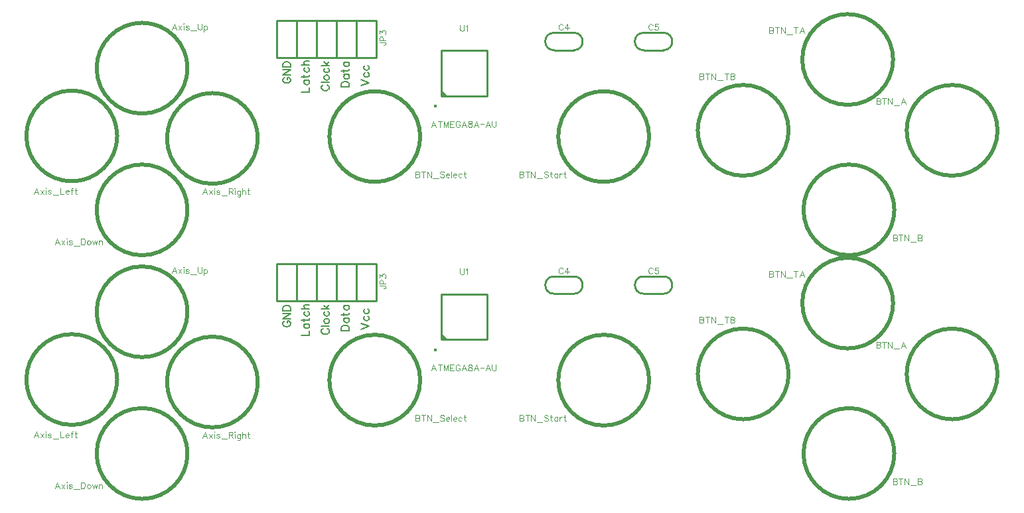
<source format=gto>
G04 DipTrace 3.3.1.1*
G04 top_silk_gamepad_speedlink2dendy.gto*
%MOMM*%
G04 #@! TF.FileFunction,Legend,Top*
G04 #@! TF.Part,Single*
%ADD10C,0.25*%
%ADD14C,0.5*%
%ADD29O,0.41713X0.42016*%
%ADD58C,0.11765*%
%ADD59C,0.15686*%
%FSLAX35Y35*%
G04*
G71*
G90*
G75*
G01*
G04 TopSilk*
%LPD*%
X2810023Y2508210D2*
D14*
G02X2810023Y2508210I579437J0D01*
G01*
X1015963Y2539960D2*
G02X1015963Y2539960I579437J0D01*
G01*
X2492347Y2174787D2*
G02X2492347Y2174787I0J-579437D01*
G01*
X2492380Y3984713D2*
G02X2492380Y3984713I0J-579437D01*
G01*
X8381873Y1952527D2*
G02X8381873Y1952527I0J579437D01*
G01*
X5461307Y3111513D2*
G02X5461307Y3111513I0J-579437D01*
G01*
X11510427Y1015930D2*
G02X11510427Y1015930I0J579437D01*
G01*
X12826873Y2031900D2*
G02X12826873Y2031900I0J579437D01*
G01*
X10160960Y2032010D2*
G02X10160960Y2032010I0J579437D01*
G01*
X11494550Y2936967D2*
G02X11494550Y2936967I0J579437D01*
G01*
X8001613Y3857528D2*
D10*
X7747581D1*
X8001613Y3635278D2*
X7747581D1*
Y3857528D2*
G03X7747581Y3635278I16J-111125D01*
G01*
X8001613D2*
G03X8001613Y3857528I-16J111125D01*
G01*
X8890441Y3635538D2*
X9144473D1*
X8890441Y3857788D2*
X9144473D1*
Y3635538D2*
G03X9144473Y3857788I-16J111125D01*
G01*
X8890441D2*
G03X8890441Y3635538I16J-111125D01*
G01*
X5223100Y3540292D2*
Y4016542D1*
X4969100Y3540292D2*
Y4016542D1*
X4715100Y3540292D2*
Y4016542D1*
X4461100Y3540292D2*
Y4016542D1*
X5477100Y3540292D2*
X4207100D1*
Y4016542D1*
X5477100D1*
Y3540292D1*
X6310771Y3049679D2*
X6890814D1*
Y3629621D1*
X6310771D1*
Y3049679D1*
D29*
X6231739Y2918480D3*
G36*
X6310771Y3049679D2*
X6390763D1*
X6310771Y3129671D1*
Y3049679D1*
G37*
X3323428Y1792430D2*
D58*
X3294199Y1868995D1*
X3265056Y1792430D1*
X3276006Y1817951D2*
X3312478D1*
X3346957Y1843473D2*
X3387051Y1792430D1*
Y1843473D2*
X3346957Y1792430D1*
X3410580Y1868995D2*
X3414202Y1865373D1*
X3417908Y1868995D1*
X3414202Y1872701D1*
X3410580Y1868995D1*
X3414202Y1843473D2*
Y1792430D1*
X3481532Y1832523D2*
X3477910Y1839851D1*
X3466960Y1843473D1*
X3456010D1*
X3445060Y1839851D1*
X3441438Y1832523D1*
X3445060Y1825280D1*
X3452388Y1821573D1*
X3470582Y1817951D1*
X3477910Y1814330D1*
X3481532Y1807001D1*
Y1803380D1*
X3477910Y1796136D1*
X3466960Y1792430D1*
X3456010D1*
X3445060Y1796136D1*
X3441438Y1803380D1*
X3505061Y1779795D2*
X3574299D1*
X3597828Y1832523D2*
X3630594D1*
X3641544Y1836230D1*
X3645250Y1839851D1*
X3648872Y1847095D1*
Y1854423D1*
X3645250Y1861667D1*
X3641544Y1865373D1*
X3630594Y1868995D1*
X3597828D1*
Y1792430D1*
X3623350Y1832523D2*
X3648872Y1792430D1*
X3672401Y1868995D2*
X3676023Y1865373D1*
X3679729Y1868995D1*
X3676023Y1872701D1*
X3672401Y1868995D1*
X3676023Y1843473D2*
Y1792430D1*
X3746975Y1839851D2*
Y1781480D1*
X3743353Y1770614D1*
X3739731Y1766908D1*
X3732403Y1763286D1*
X3721453D1*
X3714209Y1766908D1*
X3746975Y1828901D2*
X3739731Y1836145D1*
X3732403Y1839851D1*
X3721453D1*
X3714209Y1836145D1*
X3706881Y1828901D1*
X3703259Y1817951D1*
Y1810623D1*
X3706881Y1799758D1*
X3714209Y1792430D1*
X3721453Y1788808D1*
X3732403D1*
X3739731Y1792430D1*
X3746975Y1799758D1*
X3770504Y1868995D2*
Y1792430D1*
Y1828901D2*
X3781454Y1839851D1*
X3788782Y1843473D1*
X3799732D1*
X3806976Y1839851D1*
X3810598Y1828901D1*
Y1792430D1*
X3845077Y1868995D2*
Y1807001D1*
X3848699Y1796136D1*
X3856027Y1792430D1*
X3863271D1*
X3834127Y1843473D2*
X3859649D1*
X1172829Y1797799D2*
X1143601Y1874365D1*
X1114457Y1797799D1*
X1125407Y1823321D2*
X1161879D1*
X1196358Y1848843D2*
X1236452Y1797799D1*
Y1848843D2*
X1196358Y1797799D1*
X1259981Y1874365D2*
X1263603Y1870743D1*
X1267309Y1874365D1*
X1263603Y1878071D1*
X1259981Y1874365D1*
X1263603Y1848843D2*
Y1797799D1*
X1330933Y1837893D2*
X1327311Y1845221D1*
X1316361Y1848843D1*
X1305411D1*
X1294461Y1845221D1*
X1290839Y1837893D1*
X1294461Y1830649D1*
X1301789Y1826943D1*
X1319983Y1823321D1*
X1327311Y1819699D1*
X1330933Y1812371D1*
Y1808749D1*
X1327311Y1801505D1*
X1316361Y1797799D1*
X1305411D1*
X1294461Y1801505D1*
X1290839Y1808749D1*
X1354462Y1785165D2*
X1423700D1*
X1447229Y1874365D2*
Y1797799D1*
X1490945D1*
X1514474Y1826943D2*
X1558190D1*
Y1834271D1*
X1554568Y1841599D1*
X1550946Y1845221D1*
X1543618Y1848843D1*
X1532668D1*
X1525424Y1845221D1*
X1518096Y1837893D1*
X1514474Y1826943D1*
Y1819699D1*
X1518096Y1808749D1*
X1525424Y1801505D1*
X1532668Y1797799D1*
X1543618D1*
X1550946Y1801505D1*
X1558190Y1808749D1*
X1610863Y1874365D2*
X1603620D1*
X1596291Y1870743D1*
X1592670Y1859793D1*
Y1797799D1*
X1581720Y1848843D2*
X1607241D1*
X1645343Y1874365D2*
Y1812371D1*
X1648965Y1801505D1*
X1656293Y1797799D1*
X1663537D1*
X1634393Y1848843D2*
X1659915D1*
X1440988Y1151629D2*
X1411760Y1228195D1*
X1382616Y1151629D1*
X1393566Y1177151D2*
X1430038D1*
X1464517Y1202673D2*
X1504611Y1151629D1*
Y1202673D2*
X1464517Y1151629D1*
X1528141Y1228195D2*
X1531763Y1224573D1*
X1535469Y1228195D1*
X1531763Y1231901D1*
X1528141Y1228195D1*
X1531763Y1202673D2*
Y1151629D1*
X1599092Y1191723D2*
X1595470Y1199051D1*
X1584520Y1202673D1*
X1573570D1*
X1562620Y1199051D1*
X1558998Y1191723D1*
X1562620Y1184479D1*
X1569948Y1180773D1*
X1588142Y1177151D1*
X1595470Y1173529D1*
X1599092Y1166201D1*
Y1162579D1*
X1595470Y1155335D1*
X1584520Y1151629D1*
X1573570D1*
X1562620Y1155335D1*
X1558998Y1162579D1*
X1622621Y1138995D2*
X1691859D1*
X1715388Y1228195D2*
Y1151629D1*
X1740910D1*
X1751860Y1155335D1*
X1759188Y1162579D1*
X1762810Y1169907D1*
X1766432Y1180773D1*
Y1199051D1*
X1762810Y1210001D1*
X1759188Y1217245D1*
X1751860Y1224573D1*
X1740910Y1228195D1*
X1715388D1*
X1808156Y1202673D2*
X1800912Y1199051D1*
X1793584Y1191723D1*
X1789962Y1180773D1*
Y1173529D1*
X1793584Y1162579D1*
X1800912Y1155335D1*
X1808156Y1151629D1*
X1819106D1*
X1826434Y1155335D1*
X1833677Y1162579D1*
X1837384Y1173529D1*
Y1180773D1*
X1833677Y1191723D1*
X1826434Y1199051D1*
X1819106Y1202673D1*
X1808156D1*
X1860913D2*
X1875485Y1151629D1*
X1890057Y1202673D1*
X1904629Y1151629D1*
X1919201Y1202673D1*
X1942730D2*
Y1151629D1*
Y1188101D2*
X1953680Y1199051D1*
X1961008Y1202673D1*
X1971874D1*
X1979202Y1199051D1*
X1982824Y1188101D1*
Y1151629D1*
X2931656Y3896006D2*
X2902428Y3972572D1*
X2873284Y3896006D1*
X2884234Y3921528D2*
X2920706D1*
X2955185Y3947050D2*
X2995279Y3896006D1*
Y3947050D2*
X2955185Y3896006D1*
X3018808Y3972572D2*
X3022430Y3968950D1*
X3026136Y3972572D1*
X3022430Y3976278D1*
X3018808Y3972572D1*
X3022430Y3947050D2*
Y3896006D1*
X3089760Y3936100D2*
X3086138Y3943428D1*
X3075188Y3947050D1*
X3064238D1*
X3053288Y3943428D1*
X3049666Y3936100D1*
X3053288Y3928856D1*
X3060616Y3925150D1*
X3078810Y3921528D1*
X3086138Y3917906D1*
X3089760Y3910578D1*
Y3906956D1*
X3086138Y3899712D1*
X3075188Y3896006D1*
X3064238D1*
X3053288Y3899712D1*
X3049666Y3906956D1*
X3113289Y3883372D2*
X3182527D1*
X3206056Y3972572D2*
Y3917906D1*
X3209678Y3906956D1*
X3217006Y3899712D1*
X3227956Y3896006D1*
X3235200D1*
X3246150Y3899712D1*
X3253478Y3906956D1*
X3257100Y3917906D1*
Y3972572D1*
X3280630Y3947050D2*
Y3870484D1*
Y3936100D2*
X3287958Y3943344D1*
X3295201Y3947050D1*
X3306151D1*
X3313480Y3943344D1*
X3320723Y3936100D1*
X3324430Y3925150D1*
Y3917822D1*
X3320723Y3906956D1*
X3313480Y3899628D1*
X3306151Y3896006D1*
X3295201D1*
X3287958Y3899628D1*
X3280630Y3906956D1*
X7307557Y2085432D2*
Y2008866D1*
X7340407D1*
X7351357Y2012572D1*
X7354979Y2016194D1*
X7358601Y2023438D1*
Y2034388D1*
X7354979Y2041716D1*
X7351357Y2045338D1*
X7340407Y2048960D1*
X7351357Y2052666D1*
X7354979Y2056288D1*
X7358601Y2063532D1*
Y2070860D1*
X7354979Y2078104D1*
X7351357Y2081810D1*
X7340407Y2085432D1*
X7307557D1*
Y2048960D2*
X7340407D1*
X7407652Y2085432D2*
Y2008866D1*
X7382130Y2085432D2*
X7433174D1*
X7507747D2*
Y2008866D1*
X7456703Y2085432D1*
Y2008866D1*
X7531276Y1996231D2*
X7600514D1*
X7675087Y2074482D2*
X7667844Y2081810D1*
X7656894Y2085432D1*
X7642322D1*
X7631372Y2081810D1*
X7624044Y2074482D1*
Y2067238D1*
X7627750Y2059910D1*
X7631372Y2056288D1*
X7638616Y2052666D1*
X7660516Y2045338D1*
X7667844Y2041716D1*
X7671466Y2038010D1*
X7675087Y2030766D1*
Y2019816D1*
X7667844Y2012572D1*
X7656894Y2008866D1*
X7642322D1*
X7631372Y2012572D1*
X7624044Y2019816D1*
X7709567Y2085432D2*
Y2023438D1*
X7713189Y2012572D1*
X7720517Y2008866D1*
X7727761D1*
X7698617Y2059910D2*
X7724139D1*
X7795006D2*
Y2008866D1*
Y2048960D2*
X7787762Y2056288D1*
X7780434Y2059910D1*
X7769568D1*
X7762240Y2056288D1*
X7754996Y2048960D1*
X7751290Y2038010D1*
Y2030766D1*
X7754996Y2019816D1*
X7762240Y2012572D1*
X7769568Y2008866D1*
X7780434D1*
X7787762Y2012572D1*
X7795006Y2019816D1*
X7818535Y2059910D2*
Y2008866D1*
Y2038010D2*
X7822241Y2048960D1*
X7829485Y2056288D1*
X7836813Y2059910D1*
X7847763D1*
X7882243Y2085432D2*
Y2023438D1*
X7885865Y2012572D1*
X7893193Y2008866D1*
X7900437D1*
X7871293Y2059910D2*
X7896815D1*
X5979903Y2085545D2*
Y2008979D1*
X6012753D1*
X6023703Y2012685D1*
X6027325Y2016307D1*
X6030947Y2023551D1*
Y2034501D1*
X6027325Y2041829D1*
X6023703Y2045451D1*
X6012753Y2049073D1*
X6023703Y2052779D1*
X6027325Y2056401D1*
X6030947Y2063645D1*
Y2070973D1*
X6027325Y2078217D1*
X6023703Y2081923D1*
X6012753Y2085545D1*
X5979903D1*
Y2049073D2*
X6012753D1*
X6079999Y2085545D2*
Y2008979D1*
X6054477Y2085545D2*
X6105521D1*
X6180094D2*
Y2008979D1*
X6129050Y2085545D1*
Y2008979D1*
X6203623Y1996345D2*
X6272861D1*
X6347434Y2074595D2*
X6340190Y2081923D1*
X6329240Y2085545D1*
X6314668D1*
X6303718Y2081923D1*
X6296390Y2074595D1*
Y2067351D1*
X6300096Y2060023D1*
X6303718Y2056401D1*
X6310962Y2052779D1*
X6332862Y2045451D1*
X6340190Y2041829D1*
X6343812Y2038123D1*
X6347434Y2030879D1*
Y2019929D1*
X6340190Y2012685D1*
X6329240Y2008979D1*
X6314668D1*
X6303718Y2012685D1*
X6296390Y2019929D1*
X6370964Y2038123D2*
X6414679D1*
Y2045451D1*
X6411057Y2052779D1*
X6407435Y2056401D1*
X6400107Y2060023D1*
X6389157D1*
X6381914Y2056401D1*
X6374585Y2049073D1*
X6370964Y2038123D1*
Y2030879D1*
X6374585Y2019929D1*
X6381914Y2012685D1*
X6389157Y2008979D1*
X6400107D1*
X6407435Y2012685D1*
X6414679Y2019929D1*
X6438209Y2085545D2*
Y2008979D1*
X6461738Y2038123D2*
X6505454D1*
Y2045451D1*
X6501832Y2052779D1*
X6498210Y2056401D1*
X6490882Y2060023D1*
X6479932D1*
X6472688Y2056401D1*
X6465360Y2049073D1*
X6461738Y2038123D1*
Y2030879D1*
X6465360Y2019929D1*
X6472688Y2012685D1*
X6479932Y2008979D1*
X6490882D1*
X6498210Y2012685D1*
X6505454Y2019929D1*
X6572783Y2049073D2*
X6565455Y2056401D1*
X6558127Y2060023D1*
X6547261D1*
X6539933Y2056401D1*
X6532689Y2049073D1*
X6528983Y2038123D1*
Y2030879D1*
X6532689Y2019929D1*
X6539933Y2012685D1*
X6547261Y2008979D1*
X6558127D1*
X6565455Y2012685D1*
X6572783Y2019929D1*
X6607263Y2085545D2*
Y2023551D1*
X6610885Y2012685D1*
X6618213Y2008979D1*
X6625457D1*
X6596313Y2060023D2*
X6621835D1*
X12072861Y1275835D2*
Y1199269D1*
X12105711D1*
X12116661Y1202975D1*
X12120283Y1206597D1*
X12123905Y1213841D1*
Y1224791D1*
X12120283Y1232119D1*
X12116661Y1235741D1*
X12105711Y1239363D1*
X12116661Y1243069D1*
X12120283Y1246691D1*
X12123905Y1253935D1*
Y1261263D1*
X12120283Y1268507D1*
X12116661Y1272213D1*
X12105711Y1275835D1*
X12072861D1*
Y1239363D2*
X12105711D1*
X12172956Y1275835D2*
Y1199269D1*
X12147435Y1275835D2*
X12198478D1*
X12273052D2*
Y1199269D1*
X12222008Y1275835D1*
Y1199269D1*
X12296581Y1186635D2*
X12365819D1*
X12389348Y1275835D2*
Y1199269D1*
X12422198D1*
X12433148Y1202975D1*
X12436770Y1206597D1*
X12440392Y1213841D1*
Y1224791D1*
X12436770Y1232119D1*
X12433148Y1235741D1*
X12422198Y1239363D1*
X12433148Y1243069D1*
X12436770Y1246691D1*
X12440392Y1253935D1*
Y1261263D1*
X12436770Y1268507D1*
X12433148Y1272213D1*
X12422198Y1275835D1*
X12389348D1*
Y1239363D2*
X12422198D1*
X11861517Y3022155D2*
Y2945589D1*
X11894367D1*
X11905317Y2949295D1*
X11908939Y2952917D1*
X11912561Y2960161D1*
Y2971111D1*
X11908939Y2978439D1*
X11905317Y2982061D1*
X11894367Y2985683D1*
X11905317Y2989389D1*
X11908939Y2993011D1*
X11912561Y3000255D1*
Y3007583D1*
X11908939Y3014827D1*
X11905317Y3018533D1*
X11894367Y3022155D1*
X11861517D1*
Y2985683D2*
X11894367D1*
X11961612Y3022155D2*
Y2945589D1*
X11936091Y3022155D2*
X11987134D1*
X12061708D2*
Y2945589D1*
X12010664Y3022155D1*
Y2945589D1*
X12085237Y2932955D2*
X12154475D1*
X12236376Y2945589D2*
X12207148Y3022155D1*
X12178004Y2945589D1*
X12188954Y2971111D2*
X12225426D1*
X9606458Y3339815D2*
Y3263249D1*
X9639308D1*
X9650258Y3266955D1*
X9653880Y3270577D1*
X9657502Y3277821D1*
Y3288771D1*
X9653880Y3296099D1*
X9650258Y3299721D1*
X9639308Y3303343D1*
X9650258Y3307049D1*
X9653880Y3310671D1*
X9657502Y3317915D1*
Y3325243D1*
X9653880Y3332487D1*
X9650258Y3336193D1*
X9639308Y3339815D1*
X9606458D1*
Y3303343D2*
X9639308D1*
X9706553Y3339815D2*
Y3263249D1*
X9681031Y3339815D2*
X9732075D1*
X9806648D2*
Y3263249D1*
X9755605Y3339815D1*
Y3263249D1*
X9830178Y3250615D2*
X9899415D1*
X9948467Y3339815D2*
Y3263249D1*
X9922945Y3339815D2*
X9973989D1*
X9997518D2*
Y3263249D1*
X10030368D1*
X10041318Y3266955D1*
X10044940Y3270577D1*
X10048562Y3277821D1*
Y3288771D1*
X10044940Y3296099D1*
X10041318Y3299721D1*
X10030368Y3303343D1*
X10041318Y3307049D1*
X10044940Y3310671D1*
X10048562Y3317915D1*
Y3325243D1*
X10044940Y3332487D1*
X10041318Y3336193D1*
X10030368Y3339815D1*
X9997518D1*
Y3303343D2*
X10030368D1*
X10491907Y3927222D2*
Y3850656D1*
X10524757D1*
X10535707Y3854362D1*
X10539329Y3857984D1*
X10542951Y3865228D1*
Y3876178D1*
X10539329Y3883506D1*
X10535707Y3887128D1*
X10524757Y3890750D1*
X10535707Y3894456D1*
X10539329Y3898078D1*
X10542951Y3905322D1*
Y3912650D1*
X10539329Y3919894D1*
X10535707Y3923600D1*
X10524757Y3927222D1*
X10491907D1*
Y3890750D2*
X10524757D1*
X10592002Y3927222D2*
Y3850656D1*
X10566481Y3927222D2*
X10617524D1*
X10692098D2*
Y3850656D1*
X10641054Y3927222D1*
Y3850656D1*
X10715627Y3838021D2*
X10784865D1*
X10833916Y3927222D2*
Y3850656D1*
X10808394Y3927222D2*
X10859438D1*
X10941339Y3850656D2*
X10912111Y3927222D1*
X10882967Y3850656D1*
X10893917Y3876178D2*
X10930389D1*
X7862832Y3950926D2*
X7859210Y3958170D1*
X7851882Y3965498D1*
X7844638Y3969120D1*
X7830066D1*
X7822738Y3965498D1*
X7815494Y3958170D1*
X7811788Y3950926D1*
X7808166Y3939976D1*
Y3921698D1*
X7811788Y3910833D1*
X7815494Y3903505D1*
X7822738Y3896261D1*
X7830066Y3892555D1*
X7844638D1*
X7851882Y3896261D1*
X7859210Y3903505D1*
X7862832Y3910833D1*
X7922833Y3892555D2*
Y3969036D1*
X7886361Y3918076D1*
X7941027D1*
X9007503Y3951186D2*
X9003881Y3958430D1*
X8996553Y3965758D1*
X8989309Y3969380D1*
X8974737D1*
X8967409Y3965758D1*
X8960165Y3958430D1*
X8956459Y3951186D1*
X8952837Y3940236D1*
Y3921958D1*
X8956459Y3911093D1*
X8960165Y3903765D1*
X8967409Y3896521D1*
X8974737Y3892815D1*
X8989309D1*
X8996553Y3896521D1*
X9003881Y3903765D1*
X9007503Y3911093D1*
X9074748Y3969296D2*
X9038360D1*
X9034738Y3936530D1*
X9038360Y3940152D1*
X9049310Y3943858D1*
X9060176D1*
X9071126Y3940152D1*
X9078454Y3932908D1*
X9082076Y3921958D1*
Y3914715D1*
X9078454Y3903765D1*
X9071126Y3896436D1*
X9060176Y3892815D1*
X9049310D1*
X9038360Y3896436D1*
X9034738Y3900143D1*
X9031032Y3907386D1*
X5524341Y3737933D2*
X5582629D1*
X5593579Y3734311D1*
X5597201Y3730605D1*
X5600907Y3723361D1*
Y3716033D1*
X5597201Y3708789D1*
X5593579Y3705167D1*
X5582629Y3701461D1*
X5575385D1*
X5564435Y3761462D2*
Y3794312D1*
X5560813Y3805178D1*
X5557107Y3808884D1*
X5549863Y3812506D1*
X5538913D1*
X5531670Y3808884D1*
X5527963Y3805178D1*
X5524342Y3794312D1*
Y3761462D1*
X5600907D1*
X5524426Y3843364D2*
Y3883373D1*
X5553570Y3861557D1*
Y3872507D1*
X5557191Y3879751D1*
X5560813Y3883373D1*
X5571763Y3887079D1*
X5579007D1*
X5589957Y3883373D1*
X5597285Y3876129D1*
X5600907Y3865179D1*
Y3854229D1*
X5597285Y3843363D1*
X5593579Y3839742D1*
X5586335Y3836035D1*
X6549368Y3956242D2*
Y3901576D1*
X6552990Y3890626D1*
X6560318Y3883382D1*
X6571268Y3879676D1*
X6578512D1*
X6589462Y3883382D1*
X6596790Y3890626D1*
X6600412Y3901576D1*
Y3956242D1*
X6623941Y3941586D2*
X6631269Y3945292D1*
X6642219Y3956158D1*
Y3879676D1*
X6242047Y2652863D2*
X6212819Y2729428D1*
X6183676Y2652863D1*
X6194626Y2678384D2*
X6231097D1*
X6291099Y2729428D2*
Y2652863D1*
X6265577Y2729428D2*
X6316621D1*
X6398438Y2652863D2*
Y2729428D1*
X6369294Y2652863D1*
X6340150Y2729428D1*
Y2652863D1*
X6469305Y2729428D2*
X6421967D1*
Y2652863D1*
X6469305D1*
X6421967Y2692956D2*
X6451111D1*
X6547500Y2711234D2*
X6543878Y2718478D1*
X6536550Y2725806D1*
X6529306Y2729428D1*
X6514734D1*
X6507406Y2725806D1*
X6500162Y2718478D1*
X6496456Y2711234D1*
X6492834Y2700284D1*
Y2682006D1*
X6496456Y2671141D1*
X6500162Y2663813D1*
X6507406Y2656569D1*
X6514734Y2652863D1*
X6529306D1*
X6536550Y2656569D1*
X6543878Y2663813D1*
X6547500Y2671141D1*
Y2682006D1*
X6529306D1*
X6629401Y2652863D2*
X6600173Y2729428D1*
X6571029Y2652863D1*
X6581979Y2678384D2*
X6618451D1*
X6671125Y2729344D2*
X6660259Y2725722D1*
X6656553Y2718478D1*
Y2711150D1*
X6660259Y2703906D1*
X6667503Y2700200D1*
X6682075Y2696578D1*
X6693025Y2692956D1*
X6700269Y2685628D1*
X6703890Y2678384D1*
Y2667434D1*
X6700269Y2660191D1*
X6696647Y2656484D1*
X6685697Y2652863D1*
X6671125D1*
X6660259Y2656484D1*
X6656553Y2660191D1*
X6652931Y2667434D1*
Y2678384D1*
X6656553Y2685628D1*
X6663881Y2692956D1*
X6674747Y2696578D1*
X6689319Y2700200D1*
X6696647Y2703906D1*
X6700269Y2711150D1*
Y2718478D1*
X6696647Y2725722D1*
X6685697Y2729344D1*
X6671125D1*
X6785792Y2652863D2*
X6756564Y2729428D1*
X6727420Y2652863D1*
X6738370Y2678384D2*
X6774842D1*
X6809321Y2691103D2*
X6851437D1*
X6933338Y2652863D2*
X6904110Y2729428D1*
X6874966Y2652863D1*
X6885916Y2678384D2*
X6922388D1*
X6956867Y2729428D2*
Y2674763D1*
X6960489Y2663813D1*
X6967817Y2656569D1*
X6978767Y2652863D1*
X6986011D1*
X6996961Y2656569D1*
X7004289Y2663813D1*
X7007911Y2674763D1*
Y2729428D1*
X5286227Y3182717D2*
D59*
X5388315Y3221575D1*
X5286227Y3260434D1*
X5334856Y3350206D2*
X5325085Y3340435D1*
X5320256Y3330665D1*
Y3316177D1*
X5325085Y3306406D1*
X5334856Y3296748D1*
X5349456Y3291806D1*
X5359115D1*
X5373715Y3296748D1*
X5383373Y3306406D1*
X5388315Y3316177D1*
Y3330664D1*
X5383373Y3340435D1*
X5373715Y3350206D1*
X5334856Y3439979D2*
X5325085Y3430208D1*
X5320256Y3420437D1*
Y3405949D1*
X5325085Y3396179D1*
X5334856Y3386520D1*
X5349456Y3381579D1*
X5359115D1*
X5373715Y3386520D1*
X5383373Y3396179D1*
X5388314Y3405949D1*
Y3420437D1*
X5383373Y3430208D1*
X5373714Y3439979D1*
X5032227Y3166843D2*
X5134314D1*
X5134315Y3200873D1*
X5129373Y3215473D1*
X5119715Y3225243D1*
X5109944Y3230073D1*
X5095456Y3234902D1*
X5071085D1*
X5056485Y3230073D1*
X5046827Y3225243D1*
X5037056Y3215473D1*
X5032227Y3200873D1*
Y3166843D1*
X5066256Y3324562D2*
X5134314D1*
X5080856D2*
X5071085Y3314903D1*
X5066256Y3305133D1*
Y3290645D1*
X5071085Y3280874D1*
X5080856Y3271216D1*
X5095456Y3266274D1*
X5105115D1*
X5119715Y3271216D1*
X5129373Y3280874D1*
X5134315Y3290645D1*
Y3305133D1*
X5129373Y3314903D1*
X5119715Y3324562D1*
X5032227Y3370534D2*
X5114885D1*
X5129373Y3375364D1*
X5134314Y3385134D1*
Y3394793D1*
X5066256Y3355934D2*
Y3389964D1*
Y3484453D2*
X5134314D1*
X5080856D2*
X5071085Y3474795D1*
X5066256Y3465024D1*
Y3450536D1*
X5071085Y3440765D1*
X5080856Y3431107D1*
X5095456Y3426165D1*
X5105115D1*
X5119714Y3431107D1*
X5129373Y3440765D1*
X5134314Y3450536D1*
Y3465024D1*
X5129373Y3474795D1*
X5119714Y3484453D1*
X4802485Y3192108D2*
X4792827Y3187279D1*
X4783056Y3177508D1*
X4778227Y3167849D1*
Y3148420D1*
X4783056Y3138649D1*
X4792827Y3128991D1*
X4802485Y3124049D1*
X4817085Y3119220D1*
X4841456D1*
X4855944Y3124049D1*
X4865714Y3128991D1*
X4875373Y3138649D1*
X4880315Y3148420D1*
Y3167849D1*
X4875373Y3177508D1*
X4865715Y3187278D1*
X4855944Y3192108D1*
X4778227Y3223480D2*
X4880315D1*
X4812256Y3279111D2*
X4817085Y3269453D1*
X4826856Y3259682D1*
X4841456Y3254853D1*
X4851115D1*
X4865715Y3259682D1*
X4875373Y3269453D1*
X4880314Y3279111D1*
Y3293711D1*
X4875373Y3303482D1*
X4865715Y3313140D1*
X4851115Y3318082D1*
X4841456D1*
X4826856Y3313140D1*
X4817085Y3303482D1*
X4812256Y3293711D1*
Y3279111D1*
X4826856Y3407854D2*
X4817085Y3398084D1*
X4812256Y3388313D1*
Y3373825D1*
X4817085Y3364054D1*
X4826856Y3354396D1*
X4841456Y3349454D1*
X4851115D1*
X4865714Y3354396D1*
X4875373Y3364054D1*
X4880314Y3373825D1*
Y3388313D1*
X4875373Y3398084D1*
X4865714Y3407854D1*
X4778227Y3439227D2*
X4880314D1*
X4812256Y3487856D2*
X4860885Y3439227D1*
X4841456Y3458656D2*
X4880314Y3492685D1*
X4524227Y3103343D2*
X4626314D1*
X4626315Y3161631D1*
X4558256Y3251291D2*
X4626315D1*
X4572856D2*
X4563085Y3241633D1*
X4558256Y3231862D1*
Y3217374D1*
X4563085Y3207604D1*
X4572856Y3197945D1*
X4587456Y3193004D1*
X4597115D1*
X4611715Y3197945D1*
X4621373Y3207603D1*
X4626315Y3217374D1*
Y3231862D1*
X4621373Y3241633D1*
X4611715Y3251291D1*
X4524227Y3297264D2*
X4606885D1*
X4621373Y3302093D1*
X4626314Y3311864D1*
Y3321522D1*
X4558256Y3282664D2*
Y3316693D1*
X4572856Y3411295D2*
X4563085Y3401524D1*
X4558256Y3391753D1*
Y3377265D1*
X4563085Y3367495D1*
X4572856Y3357836D1*
X4587456Y3352895D1*
X4597115D1*
X4611714Y3357836D1*
X4621373Y3367495D1*
X4626314Y3377265D1*
Y3391753D1*
X4621373Y3401524D1*
X4611714Y3411295D1*
X4524227Y3442667D2*
X4626314D1*
X4577685D2*
X4563085Y3457267D1*
X4558256Y3467038D1*
Y3481638D1*
X4563085Y3491296D1*
X4577685Y3496126D1*
X4626314D1*
X4310359Y3287358D2*
X4300700Y3282529D1*
X4290929Y3272758D1*
X4286100Y3263099D1*
Y3243670D1*
X4290929Y3233899D1*
X4300700Y3224241D1*
X4310359Y3219299D1*
X4324959Y3214470D1*
X4349329D1*
X4363817Y3219299D1*
X4373588Y3224241D1*
X4383246Y3233899D1*
X4388188Y3243670D1*
Y3263099D1*
X4383246Y3272758D1*
X4373588Y3282528D1*
X4363817Y3287358D1*
X4349329D1*
Y3263099D1*
X4286100Y3386789D2*
X4388188D1*
X4286100Y3318730D1*
X4388188D1*
X4286100Y3418161D2*
X4388188D1*
Y3452190D1*
X4383246Y3466790D1*
X4373588Y3476561D1*
X4363817Y3481390D1*
X4349329Y3486220D1*
X4324959D1*
X4310359Y3481390D1*
X4300700Y3476561D1*
X4290929Y3466790D1*
X4286100Y3452190D1*
Y3418161D1*
X2810023Y5620037D2*
D14*
G02X2810023Y5620037I579437J0D01*
G01*
X1015963Y5651787D2*
G02X1015963Y5651787I579437J0D01*
G01*
X2492347Y5286613D2*
G02X2492347Y5286613I0J-579437D01*
G01*
X2492380Y7096540D2*
G02X2492380Y7096540I0J-579437D01*
G01*
X8381873Y5064353D2*
G02X8381873Y5064353I0J579437D01*
G01*
X5461307Y6223340D2*
G02X5461307Y6223340I0J-579437D01*
G01*
X11510427Y4127757D2*
G02X11510427Y4127757I0J579437D01*
G01*
X12826873Y5143727D2*
G02X12826873Y5143727I0J579437D01*
G01*
X10160960Y5143837D2*
G02X10160960Y5143837I0J579437D01*
G01*
X11494550Y6048793D2*
G02X11494550Y6048793I0J579437D01*
G01*
X8001613Y6969355D2*
D10*
X7747581D1*
X8001613Y6747105D2*
X7747581D1*
Y6969355D2*
G03X7747581Y6747105I16J-111125D01*
G01*
X8001613D2*
G03X8001613Y6969355I-16J111125D01*
G01*
X8890441Y6747365D2*
X9144473D1*
X8890441Y6969615D2*
X9144473D1*
Y6747365D2*
G03X9144473Y6969615I-16J111125D01*
G01*
X8890441D2*
G03X8890441Y6747365I16J-111125D01*
G01*
X5223100Y6652118D2*
Y7128368D1*
X4969100Y6652118D2*
Y7128368D1*
X4715100Y6652118D2*
Y7128368D1*
X4461100Y6652118D2*
Y7128368D1*
X5477100Y6652118D2*
X4207100D1*
Y7128368D1*
X5477100D1*
Y6652118D1*
X6310771Y6161506D2*
X6890814D1*
Y6741448D1*
X6310771D1*
Y6161506D1*
D29*
X6231739Y6030307D3*
G36*
X6310771Y6161506D2*
X6390763D1*
X6310771Y6241498D1*
Y6161506D1*
G37*
X3323428Y4904256D2*
D58*
X3294199Y4980822D1*
X3265056Y4904256D1*
X3276006Y4929778D2*
X3312478D1*
X3346957Y4955300D2*
X3387051Y4904256D1*
Y4955300D2*
X3346957Y4904256D1*
X3410580Y4980822D2*
X3414202Y4977200D1*
X3417908Y4980822D1*
X3414202Y4984528D1*
X3410580Y4980822D1*
X3414202Y4955300D2*
Y4904256D1*
X3481532Y4944350D2*
X3477910Y4951678D1*
X3466960Y4955300D1*
X3456010D1*
X3445060Y4951678D1*
X3441438Y4944350D1*
X3445060Y4937106D1*
X3452388Y4933400D1*
X3470582Y4929778D1*
X3477910Y4926156D1*
X3481532Y4918828D1*
Y4915206D1*
X3477910Y4907962D1*
X3466960Y4904256D1*
X3456010D1*
X3445060Y4907962D1*
X3441438Y4915206D1*
X3505061Y4891622D2*
X3574299D1*
X3597828Y4944350D2*
X3630594D1*
X3641544Y4948056D1*
X3645250Y4951678D1*
X3648872Y4958922D1*
Y4966250D1*
X3645250Y4973494D1*
X3641544Y4977200D1*
X3630594Y4980822D1*
X3597828D1*
Y4904256D1*
X3623350Y4944350D2*
X3648872Y4904256D1*
X3672401Y4980822D2*
X3676023Y4977200D1*
X3679729Y4980822D1*
X3676023Y4984528D1*
X3672401Y4980822D1*
X3676023Y4955300D2*
Y4904256D1*
X3746975Y4951678D2*
Y4893306D1*
X3743353Y4882440D1*
X3739731Y4878734D1*
X3732403Y4875112D1*
X3721453D1*
X3714209Y4878734D1*
X3746975Y4940728D2*
X3739731Y4947972D1*
X3732403Y4951678D1*
X3721453D1*
X3714209Y4947972D1*
X3706881Y4940728D1*
X3703259Y4929778D1*
Y4922450D1*
X3706881Y4911584D1*
X3714209Y4904256D1*
X3721453Y4900634D1*
X3732403D1*
X3739731Y4904256D1*
X3746975Y4911584D1*
X3770504Y4980822D2*
Y4904256D1*
Y4940728D2*
X3781454Y4951678D1*
X3788782Y4955300D1*
X3799732D1*
X3806976Y4951678D1*
X3810598Y4940728D1*
Y4904256D1*
X3845077Y4980822D2*
Y4918828D1*
X3848699Y4907962D1*
X3856027Y4904256D1*
X3863271D1*
X3834127Y4955300D2*
X3859649D1*
X1172829Y4909626D2*
X1143601Y4986192D1*
X1114457Y4909626D1*
X1125407Y4935148D2*
X1161879D1*
X1196358Y4960670D2*
X1236452Y4909626D1*
Y4960670D2*
X1196358Y4909626D1*
X1259981Y4986192D2*
X1263603Y4982570D1*
X1267309Y4986192D1*
X1263603Y4989898D1*
X1259981Y4986192D1*
X1263603Y4960670D2*
Y4909626D1*
X1330933Y4949720D2*
X1327311Y4957048D1*
X1316361Y4960670D1*
X1305411D1*
X1294461Y4957048D1*
X1290839Y4949720D1*
X1294461Y4942476D1*
X1301789Y4938770D1*
X1319983Y4935148D1*
X1327311Y4931526D1*
X1330933Y4924198D1*
Y4920576D1*
X1327311Y4913332D1*
X1316361Y4909626D1*
X1305411D1*
X1294461Y4913332D1*
X1290839Y4920576D1*
X1354462Y4896991D2*
X1423700D1*
X1447229Y4986192D2*
Y4909626D1*
X1490945D1*
X1514474Y4938770D2*
X1558190D1*
Y4946098D1*
X1554568Y4953426D1*
X1550946Y4957048D1*
X1543618Y4960670D1*
X1532668D1*
X1525424Y4957048D1*
X1518096Y4949720D1*
X1514474Y4938770D1*
Y4931526D1*
X1518096Y4920576D1*
X1525424Y4913332D1*
X1532668Y4909626D1*
X1543618D1*
X1550946Y4913332D1*
X1558190Y4920576D1*
X1610863Y4986192D2*
X1603620D1*
X1596291Y4982570D1*
X1592670Y4971620D1*
Y4909626D1*
X1581720Y4960670D2*
X1607241D1*
X1645343Y4986192D2*
Y4924198D1*
X1648965Y4913332D1*
X1656293Y4909626D1*
X1663537D1*
X1634393Y4960670D2*
X1659915D1*
X1440988Y4263456D2*
X1411760Y4340022D1*
X1382616Y4263456D1*
X1393566Y4288978D2*
X1430038D1*
X1464517Y4314500D2*
X1504611Y4263456D1*
Y4314500D2*
X1464517Y4263456D1*
X1528141Y4340022D2*
X1531763Y4336400D1*
X1535469Y4340022D1*
X1531763Y4343728D1*
X1528141Y4340022D1*
X1531763Y4314500D2*
Y4263456D1*
X1599092Y4303550D2*
X1595470Y4310878D1*
X1584520Y4314500D1*
X1573570D1*
X1562620Y4310878D1*
X1558998Y4303550D1*
X1562620Y4296306D1*
X1569948Y4292600D1*
X1588142Y4288978D1*
X1595470Y4285356D1*
X1599092Y4278028D1*
Y4274406D1*
X1595470Y4267162D1*
X1584520Y4263456D1*
X1573570D1*
X1562620Y4267162D1*
X1558998Y4274406D1*
X1622621Y4250821D2*
X1691859D1*
X1715388Y4340022D2*
Y4263456D1*
X1740910D1*
X1751860Y4267162D1*
X1759188Y4274406D1*
X1762810Y4281734D1*
X1766432Y4292600D1*
Y4310878D1*
X1762810Y4321828D1*
X1759188Y4329072D1*
X1751860Y4336400D1*
X1740910Y4340022D1*
X1715388D1*
X1808156Y4314500D2*
X1800912Y4310878D1*
X1793584Y4303550D1*
X1789962Y4292600D1*
Y4285356D1*
X1793584Y4274406D1*
X1800912Y4267162D1*
X1808156Y4263456D1*
X1819106D1*
X1826434Y4267162D1*
X1833677Y4274406D1*
X1837384Y4285356D1*
Y4292600D1*
X1833677Y4303550D1*
X1826434Y4310878D1*
X1819106Y4314500D1*
X1808156D1*
X1860913D2*
X1875485Y4263456D1*
X1890057Y4314500D1*
X1904629Y4263456D1*
X1919201Y4314500D1*
X1942730D2*
Y4263456D1*
Y4299928D2*
X1953680Y4310878D1*
X1961008Y4314500D1*
X1971874D1*
X1979202Y4310878D1*
X1982824Y4299928D1*
Y4263456D1*
X2931656Y7007833D2*
X2902428Y7084399D1*
X2873284Y7007833D1*
X2884234Y7033355D2*
X2920706D1*
X2955185Y7058877D2*
X2995279Y7007833D1*
Y7058877D2*
X2955185Y7007833D1*
X3018808Y7084399D2*
X3022430Y7080777D1*
X3026136Y7084399D1*
X3022430Y7088105D1*
X3018808Y7084399D1*
X3022430Y7058877D2*
Y7007833D1*
X3089760Y7047927D2*
X3086138Y7055255D1*
X3075188Y7058877D1*
X3064238D1*
X3053288Y7055255D1*
X3049666Y7047927D1*
X3053288Y7040683D1*
X3060616Y7036977D1*
X3078810Y7033355D1*
X3086138Y7029733D1*
X3089760Y7022405D1*
Y7018783D1*
X3086138Y7011539D1*
X3075188Y7007833D1*
X3064238D1*
X3053288Y7011539D1*
X3049666Y7018783D1*
X3113289Y6995198D2*
X3182527D1*
X3206056Y7084399D2*
Y7029733D1*
X3209678Y7018783D1*
X3217006Y7011539D1*
X3227956Y7007833D1*
X3235200D1*
X3246150Y7011539D1*
X3253478Y7018783D1*
X3257100Y7029733D1*
Y7084399D1*
X3280630Y7058877D2*
Y6982311D1*
Y7047927D2*
X3287958Y7055171D1*
X3295201Y7058877D1*
X3306151D1*
X3313480Y7055171D1*
X3320723Y7047927D1*
X3324430Y7036977D1*
Y7029649D1*
X3320723Y7018783D1*
X3313480Y7011455D1*
X3306151Y7007833D1*
X3295201D1*
X3287958Y7011455D1*
X3280630Y7018783D1*
X7307557Y5197258D2*
Y5120693D1*
X7340407D1*
X7351357Y5124399D1*
X7354979Y5128021D1*
X7358601Y5135264D1*
Y5146214D1*
X7354979Y5153543D1*
X7351357Y5157164D1*
X7340407Y5160786D1*
X7351357Y5164493D1*
X7354979Y5168114D1*
X7358601Y5175358D1*
Y5182686D1*
X7354979Y5189930D1*
X7351357Y5193636D1*
X7340407Y5197258D1*
X7307557D1*
Y5160786D2*
X7340407D1*
X7407652Y5197258D2*
Y5120693D1*
X7382130Y5197258D2*
X7433174D1*
X7507747D2*
Y5120693D1*
X7456703Y5197258D1*
Y5120693D1*
X7531276Y5108058D2*
X7600514D1*
X7675087Y5186308D2*
X7667844Y5193636D1*
X7656894Y5197258D1*
X7642322D1*
X7631372Y5193636D1*
X7624044Y5186308D1*
Y5179064D1*
X7627750Y5171736D1*
X7631372Y5168114D1*
X7638616Y5164493D1*
X7660516Y5157164D1*
X7667844Y5153543D1*
X7671466Y5149836D1*
X7675087Y5142593D1*
Y5131643D1*
X7667844Y5124399D1*
X7656894Y5120693D1*
X7642322D1*
X7631372Y5124399D1*
X7624044Y5131643D1*
X7709567Y5197258D2*
Y5135264D1*
X7713189Y5124399D1*
X7720517Y5120693D1*
X7727761D1*
X7698617Y5171736D2*
X7724139D1*
X7795006D2*
Y5120693D1*
Y5160786D2*
X7787762Y5168114D1*
X7780434Y5171736D1*
X7769568D1*
X7762240Y5168114D1*
X7754996Y5160786D1*
X7751290Y5149836D1*
Y5142593D1*
X7754996Y5131643D1*
X7762240Y5124399D1*
X7769568Y5120693D1*
X7780434D1*
X7787762Y5124399D1*
X7795006Y5131643D1*
X7818535Y5171736D2*
Y5120693D1*
Y5149836D2*
X7822241Y5160786D1*
X7829485Y5168114D1*
X7836813Y5171736D1*
X7847763D1*
X7882243Y5197258D2*
Y5135264D1*
X7885865Y5124399D1*
X7893193Y5120693D1*
X7900437D1*
X7871293Y5171736D2*
X7896815D1*
X5979903Y5197372D2*
Y5120806D1*
X6012753D1*
X6023703Y5124512D1*
X6027325Y5128134D1*
X6030947Y5135378D1*
Y5146328D1*
X6027325Y5153656D1*
X6023703Y5157278D1*
X6012753Y5160900D1*
X6023703Y5164606D1*
X6027325Y5168228D1*
X6030947Y5175472D1*
Y5182800D1*
X6027325Y5190044D1*
X6023703Y5193750D1*
X6012753Y5197372D1*
X5979903D1*
Y5160900D2*
X6012753D1*
X6079999Y5197372D2*
Y5120806D1*
X6054477Y5197372D2*
X6105521D1*
X6180094D2*
Y5120806D1*
X6129050Y5197372D1*
Y5120806D1*
X6203623Y5108171D2*
X6272861D1*
X6347434Y5186422D2*
X6340190Y5193750D1*
X6329240Y5197372D1*
X6314668D1*
X6303718Y5193750D1*
X6296390Y5186422D1*
Y5179178D1*
X6300096Y5171850D1*
X6303718Y5168228D1*
X6310962Y5164606D1*
X6332862Y5157278D1*
X6340190Y5153656D1*
X6343812Y5149950D1*
X6347434Y5142706D1*
Y5131756D1*
X6340190Y5124512D1*
X6329240Y5120806D1*
X6314668D1*
X6303718Y5124512D1*
X6296390Y5131756D1*
X6370964Y5149950D2*
X6414679D1*
Y5157278D1*
X6411057Y5164606D1*
X6407435Y5168228D1*
X6400107Y5171850D1*
X6389157D1*
X6381914Y5168228D1*
X6374585Y5160900D1*
X6370964Y5149950D1*
Y5142706D1*
X6374585Y5131756D1*
X6381914Y5124512D1*
X6389157Y5120806D1*
X6400107D1*
X6407435Y5124512D1*
X6414679Y5131756D1*
X6438209Y5197372D2*
Y5120806D1*
X6461738Y5149950D2*
X6505454D1*
Y5157278D1*
X6501832Y5164606D1*
X6498210Y5168228D1*
X6490882Y5171850D1*
X6479932D1*
X6472688Y5168228D1*
X6465360Y5160900D1*
X6461738Y5149950D1*
Y5142706D1*
X6465360Y5131756D1*
X6472688Y5124512D1*
X6479932Y5120806D1*
X6490882D1*
X6498210Y5124512D1*
X6505454Y5131756D1*
X6572783Y5160900D2*
X6565455Y5168228D1*
X6558127Y5171850D1*
X6547261D1*
X6539933Y5168228D1*
X6532689Y5160900D1*
X6528983Y5149950D1*
Y5142706D1*
X6532689Y5131756D1*
X6539933Y5124512D1*
X6547261Y5120806D1*
X6558127D1*
X6565455Y5124512D1*
X6572783Y5131756D1*
X6607263Y5197372D2*
Y5135378D1*
X6610885Y5124512D1*
X6618213Y5120806D1*
X6625457D1*
X6596313Y5171850D2*
X6621835D1*
X12072861Y4387662D2*
Y4311096D1*
X12105711D1*
X12116661Y4314802D1*
X12120283Y4318424D1*
X12123905Y4325668D1*
Y4336618D1*
X12120283Y4343946D1*
X12116661Y4347568D1*
X12105711Y4351190D1*
X12116661Y4354896D1*
X12120283Y4358518D1*
X12123905Y4365762D1*
Y4373090D1*
X12120283Y4380334D1*
X12116661Y4384040D1*
X12105711Y4387662D1*
X12072861D1*
Y4351190D2*
X12105711D1*
X12172956Y4387662D2*
Y4311096D1*
X12147435Y4387662D2*
X12198478D1*
X12273052D2*
Y4311096D1*
X12222008Y4387662D1*
Y4311096D1*
X12296581Y4298461D2*
X12365819D1*
X12389348Y4387662D2*
Y4311096D1*
X12422198D1*
X12433148Y4314802D1*
X12436770Y4318424D1*
X12440392Y4325668D1*
Y4336618D1*
X12436770Y4343946D1*
X12433148Y4347568D1*
X12422198Y4351190D1*
X12433148Y4354896D1*
X12436770Y4358518D1*
X12440392Y4365762D1*
Y4373090D1*
X12436770Y4380334D1*
X12433148Y4384040D1*
X12422198Y4387662D1*
X12389348D1*
Y4351190D2*
X12422198D1*
X11861517Y6133982D2*
Y6057416D1*
X11894367D1*
X11905317Y6061122D1*
X11908939Y6064744D1*
X11912561Y6071988D1*
Y6082938D1*
X11908939Y6090266D1*
X11905317Y6093888D1*
X11894367Y6097510D1*
X11905317Y6101216D1*
X11908939Y6104838D1*
X11912561Y6112082D1*
Y6119410D1*
X11908939Y6126654D1*
X11905317Y6130360D1*
X11894367Y6133982D1*
X11861517D1*
Y6097510D2*
X11894367D1*
X11961612Y6133982D2*
Y6057416D1*
X11936091Y6133982D2*
X11987134D1*
X12061708D2*
Y6057416D1*
X12010664Y6133982D1*
Y6057416D1*
X12085237Y6044781D2*
X12154475D1*
X12236376Y6057416D2*
X12207148Y6133982D1*
X12178004Y6057416D1*
X12188954Y6082938D2*
X12225426D1*
X9606458Y6451642D2*
Y6375076D1*
X9639308D1*
X9650258Y6378782D1*
X9653880Y6382404D1*
X9657502Y6389648D1*
Y6400598D1*
X9653880Y6407926D1*
X9650258Y6411548D1*
X9639308Y6415170D1*
X9650258Y6418876D1*
X9653880Y6422498D1*
X9657502Y6429742D1*
Y6437070D1*
X9653880Y6444314D1*
X9650258Y6448020D1*
X9639308Y6451642D1*
X9606458D1*
Y6415170D2*
X9639308D1*
X9706553Y6451642D2*
Y6375076D1*
X9681031Y6451642D2*
X9732075D1*
X9806648D2*
Y6375076D1*
X9755605Y6451642D1*
Y6375076D1*
X9830178Y6362441D2*
X9899415D1*
X9948467Y6451642D2*
Y6375076D1*
X9922945Y6451642D2*
X9973989D1*
X9997518D2*
Y6375076D1*
X10030368D1*
X10041318Y6378782D1*
X10044940Y6382404D1*
X10048562Y6389648D1*
Y6400598D1*
X10044940Y6407926D1*
X10041318Y6411548D1*
X10030368Y6415170D1*
X10041318Y6418876D1*
X10044940Y6422498D1*
X10048562Y6429742D1*
Y6437070D1*
X10044940Y6444314D1*
X10041318Y6448020D1*
X10030368Y6451642D1*
X9997518D1*
Y6415170D2*
X10030368D1*
X10491907Y7039048D2*
Y6962483D1*
X10524757D1*
X10535707Y6966189D1*
X10539329Y6969811D1*
X10542951Y6977054D1*
Y6988004D1*
X10539329Y6995333D1*
X10535707Y6998954D1*
X10524757Y7002576D1*
X10535707Y7006283D1*
X10539329Y7009904D1*
X10542951Y7017148D1*
Y7024476D1*
X10539329Y7031720D1*
X10535707Y7035426D1*
X10524757Y7039048D1*
X10491907D1*
Y7002576D2*
X10524757D1*
X10592002Y7039048D2*
Y6962483D1*
X10566481Y7039048D2*
X10617524D1*
X10692098D2*
Y6962483D1*
X10641054Y7039048D1*
Y6962483D1*
X10715627Y6949848D2*
X10784865D1*
X10833916Y7039048D2*
Y6962483D1*
X10808394Y7039048D2*
X10859438D1*
X10941339Y6962483D2*
X10912111Y7039048D1*
X10882967Y6962483D1*
X10893917Y6988004D2*
X10930389D1*
X7862832Y7062753D2*
X7859210Y7069997D1*
X7851882Y7077325D1*
X7844638Y7080947D1*
X7830066D1*
X7822738Y7077325D1*
X7815494Y7069997D1*
X7811788Y7062753D1*
X7808166Y7051803D1*
Y7033525D1*
X7811788Y7022659D1*
X7815494Y7015331D1*
X7822738Y7008087D1*
X7830066Y7004381D1*
X7844638D1*
X7851882Y7008087D1*
X7859210Y7015331D1*
X7862832Y7022659D1*
X7922833Y7004381D2*
Y7080863D1*
X7886361Y7029903D1*
X7941027D1*
X9007503Y7063013D2*
X9003881Y7070257D1*
X8996553Y7077585D1*
X8989309Y7081207D1*
X8974737D1*
X8967409Y7077585D1*
X8960165Y7070257D1*
X8956459Y7063013D1*
X8952837Y7052063D1*
Y7033785D1*
X8956459Y7022919D1*
X8960165Y7015591D1*
X8967409Y7008347D1*
X8974737Y7004641D1*
X8989309D1*
X8996553Y7008347D1*
X9003881Y7015591D1*
X9007503Y7022919D1*
X9074748Y7081123D2*
X9038360D1*
X9034738Y7048357D1*
X9038360Y7051979D1*
X9049310Y7055685D1*
X9060176D1*
X9071126Y7051979D1*
X9078454Y7044735D1*
X9082076Y7033785D1*
Y7026541D1*
X9078454Y7015591D1*
X9071126Y7008263D1*
X9060176Y7004641D1*
X9049310D1*
X9038360Y7008263D1*
X9034738Y7011969D1*
X9031032Y7019213D1*
X5524341Y6849760D2*
X5582629D1*
X5593579Y6846138D1*
X5597201Y6842431D1*
X5600907Y6835188D1*
Y6827860D1*
X5597201Y6820616D1*
X5593579Y6816994D1*
X5582629Y6813288D1*
X5575385D1*
X5564435Y6873289D2*
Y6906139D1*
X5560813Y6917005D1*
X5557107Y6920711D1*
X5549863Y6924333D1*
X5538913D1*
X5531670Y6920711D1*
X5527963Y6917005D1*
X5524342Y6906139D1*
Y6873289D1*
X5600907D1*
X5524426Y6955190D2*
Y6995200D1*
X5553570Y6973384D1*
Y6984334D1*
X5557191Y6991578D1*
X5560813Y6995200D1*
X5571763Y6998906D1*
X5579007D1*
X5589957Y6995200D1*
X5597285Y6987956D1*
X5600907Y6977006D1*
Y6966056D1*
X5597285Y6955190D1*
X5593579Y6951568D1*
X5586335Y6947862D1*
X6549368Y7068069D2*
Y7013403D1*
X6552990Y7002453D1*
X6560318Y6995209D1*
X6571268Y6991503D1*
X6578512D1*
X6589462Y6995209D1*
X6596790Y7002453D1*
X6600412Y7013403D1*
Y7068069D1*
X6623941Y7053412D2*
X6631269Y7057119D1*
X6642219Y7067984D1*
Y6991503D1*
X6242047Y5764689D2*
X6212819Y5841255D1*
X6183676Y5764689D1*
X6194626Y5790211D2*
X6231097D1*
X6291099Y5841255D2*
Y5764689D1*
X6265577Y5841255D2*
X6316621D1*
X6398438Y5764689D2*
Y5841255D1*
X6369294Y5764689D1*
X6340150Y5841255D1*
Y5764689D1*
X6469305Y5841255D2*
X6421967D1*
Y5764689D1*
X6469305D1*
X6421967Y5804783D2*
X6451111D1*
X6547500Y5823061D2*
X6543878Y5830305D1*
X6536550Y5837633D1*
X6529306Y5841255D1*
X6514734D1*
X6507406Y5837633D1*
X6500162Y5830305D1*
X6496456Y5823061D1*
X6492834Y5812111D1*
Y5793833D1*
X6496456Y5782967D1*
X6500162Y5775639D1*
X6507406Y5768395D1*
X6514734Y5764689D1*
X6529306D1*
X6536550Y5768395D1*
X6543878Y5775639D1*
X6547500Y5782967D1*
Y5793833D1*
X6529306D1*
X6629401Y5764689D2*
X6600173Y5841255D1*
X6571029Y5764689D1*
X6581979Y5790211D2*
X6618451D1*
X6671125Y5841171D2*
X6660259Y5837549D1*
X6656553Y5830305D1*
Y5822977D1*
X6660259Y5815733D1*
X6667503Y5812027D1*
X6682075Y5808405D1*
X6693025Y5804783D1*
X6700269Y5797455D1*
X6703890Y5790211D1*
Y5779261D1*
X6700269Y5772017D1*
X6696647Y5768311D1*
X6685697Y5764689D1*
X6671125D1*
X6660259Y5768311D1*
X6656553Y5772017D1*
X6652931Y5779261D1*
Y5790211D1*
X6656553Y5797455D1*
X6663881Y5804783D1*
X6674747Y5808405D1*
X6689319Y5812027D1*
X6696647Y5815733D1*
X6700269Y5822977D1*
Y5830305D1*
X6696647Y5837549D1*
X6685697Y5841171D1*
X6671125D1*
X6785792Y5764689D2*
X6756564Y5841255D1*
X6727420Y5764689D1*
X6738370Y5790211D2*
X6774842D1*
X6809321Y5802930D2*
X6851437D1*
X6933338Y5764689D2*
X6904110Y5841255D1*
X6874966Y5764689D1*
X6885916Y5790211D2*
X6922388D1*
X6956867Y5841255D2*
Y5786589D1*
X6960489Y5775639D1*
X6967817Y5768395D1*
X6978767Y5764689D1*
X6986011D1*
X6996961Y5768395D1*
X7004289Y5775639D1*
X7007911Y5786589D1*
Y5841255D1*
X5286227Y6294543D2*
D59*
X5388315Y6333402D1*
X5286227Y6372260D1*
X5334856Y6462033D2*
X5325085Y6452262D1*
X5320256Y6442491D1*
Y6428004D1*
X5325085Y6418233D1*
X5334856Y6408574D1*
X5349456Y6403633D1*
X5359115D1*
X5373715Y6408574D1*
X5383373Y6418233D1*
X5388315Y6428003D1*
Y6442491D1*
X5383373Y6452262D1*
X5373715Y6462033D1*
X5334856Y6551805D2*
X5325085Y6542034D1*
X5320256Y6532264D1*
Y6517776D1*
X5325085Y6508005D1*
X5334856Y6498347D1*
X5349456Y6493405D1*
X5359115D1*
X5373715Y6498347D1*
X5383373Y6508005D1*
X5388314Y6517776D1*
Y6532264D1*
X5383373Y6542034D1*
X5373714Y6551805D1*
X5032227Y6278670D2*
X5134314D1*
X5134315Y6312699D1*
X5129373Y6327299D1*
X5119715Y6337070D1*
X5109944Y6341899D1*
X5095456Y6346728D1*
X5071085D1*
X5056485Y6341899D1*
X5046827Y6337070D1*
X5037056Y6327299D1*
X5032227Y6312699D1*
Y6278670D1*
X5066256Y6436389D2*
X5134314D1*
X5080856D2*
X5071085Y6426730D1*
X5066256Y6416959D1*
Y6402472D1*
X5071085Y6392701D1*
X5080856Y6383042D1*
X5095456Y6378101D1*
X5105115D1*
X5119715Y6383042D1*
X5129373Y6392701D1*
X5134315Y6402472D1*
Y6416959D1*
X5129373Y6426730D1*
X5119715Y6436389D1*
X5032227Y6482361D2*
X5114885D1*
X5129373Y6487190D1*
X5134314Y6496961D1*
Y6506620D1*
X5066256Y6467761D2*
Y6501790D1*
Y6596280D2*
X5134314D1*
X5080856D2*
X5071085Y6586621D1*
X5066256Y6576851D1*
Y6562363D1*
X5071085Y6552592D1*
X5080856Y6542934D1*
X5095456Y6537992D1*
X5105115D1*
X5119714Y6542934D1*
X5129373Y6552592D1*
X5134314Y6562363D1*
Y6576851D1*
X5129373Y6586621D1*
X5119714Y6596280D1*
X4802485Y6303934D2*
X4792827Y6299105D1*
X4783056Y6289334D1*
X4778227Y6279676D1*
Y6260247D1*
X4783056Y6250476D1*
X4792827Y6240818D1*
X4802485Y6235876D1*
X4817085Y6231047D1*
X4841456D1*
X4855944Y6235876D1*
X4865714Y6240818D1*
X4875373Y6250476D1*
X4880315Y6260247D1*
Y6279676D1*
X4875373Y6289334D1*
X4865715Y6299105D1*
X4855944Y6303934D1*
X4778227Y6335307D2*
X4880315D1*
X4812256Y6390938D2*
X4817085Y6381279D1*
X4826856Y6371509D1*
X4841456Y6366679D1*
X4851115D1*
X4865715Y6371509D1*
X4875373Y6381279D1*
X4880314Y6390938D1*
Y6405538D1*
X4875373Y6415309D1*
X4865715Y6424967D1*
X4851115Y6429909D1*
X4841456D1*
X4826856Y6424967D1*
X4817085Y6415309D1*
X4812256Y6405538D1*
Y6390938D1*
X4826856Y6519681D2*
X4817085Y6509910D1*
X4812256Y6500140D1*
Y6485652D1*
X4817085Y6475881D1*
X4826856Y6466223D1*
X4841456Y6461281D1*
X4851115D1*
X4865714Y6466223D1*
X4875373Y6475881D1*
X4880314Y6485652D1*
Y6500140D1*
X4875373Y6509910D1*
X4865714Y6519681D1*
X4778227Y6551054D2*
X4880314D1*
X4812256Y6599683D2*
X4860885Y6551054D1*
X4841456Y6570483D2*
X4880314Y6604512D1*
X4524227Y6215170D2*
X4626314D1*
X4626315Y6273458D1*
X4558256Y6363118D2*
X4626315D1*
X4572856D2*
X4563085Y6353459D1*
X4558256Y6343689D1*
Y6329201D1*
X4563085Y6319430D1*
X4572856Y6309772D1*
X4587456Y6304830D1*
X4597115D1*
X4611715Y6309772D1*
X4621373Y6319430D1*
X4626315Y6329201D1*
Y6343689D1*
X4621373Y6353459D1*
X4611715Y6363118D1*
X4524227Y6409090D2*
X4606885D1*
X4621373Y6413920D1*
X4626314Y6423690D1*
Y6433349D1*
X4558256Y6394490D2*
Y6428520D1*
X4572856Y6523121D2*
X4563085Y6513351D1*
X4558256Y6503580D1*
Y6489092D1*
X4563085Y6479321D1*
X4572856Y6469663D1*
X4587456Y6464721D1*
X4597115D1*
X4611714Y6469663D1*
X4621373Y6479321D1*
X4626314Y6489092D1*
Y6503580D1*
X4621373Y6513351D1*
X4611714Y6523121D1*
X4524227Y6554494D2*
X4626314D1*
X4577685D2*
X4563085Y6569094D1*
X4558256Y6578865D1*
Y6593465D1*
X4563085Y6603123D1*
X4577685Y6607952D1*
X4626314D1*
X4310359Y6399184D2*
X4300700Y6394355D1*
X4290929Y6384584D1*
X4286100Y6374926D1*
Y6355497D1*
X4290929Y6345726D1*
X4300700Y6336068D1*
X4310359Y6331126D1*
X4324959Y6326297D1*
X4349329D1*
X4363817Y6331126D1*
X4373588Y6336068D1*
X4383246Y6345726D1*
X4388188Y6355497D1*
Y6374926D1*
X4383246Y6384584D1*
X4373588Y6394355D1*
X4363817Y6399184D1*
X4349329D1*
Y6374926D1*
X4286100Y6498615D2*
X4388188D1*
X4286100Y6430557D1*
X4388188D1*
X4286100Y6529988D2*
X4388188D1*
Y6564017D1*
X4383246Y6578617D1*
X4373588Y6588388D1*
X4363817Y6593217D1*
X4349329Y6598046D1*
X4324959D1*
X4310359Y6593217D1*
X4300700Y6588388D1*
X4290929Y6578617D1*
X4286100Y6564017D1*
Y6529988D1*
M02*

</source>
